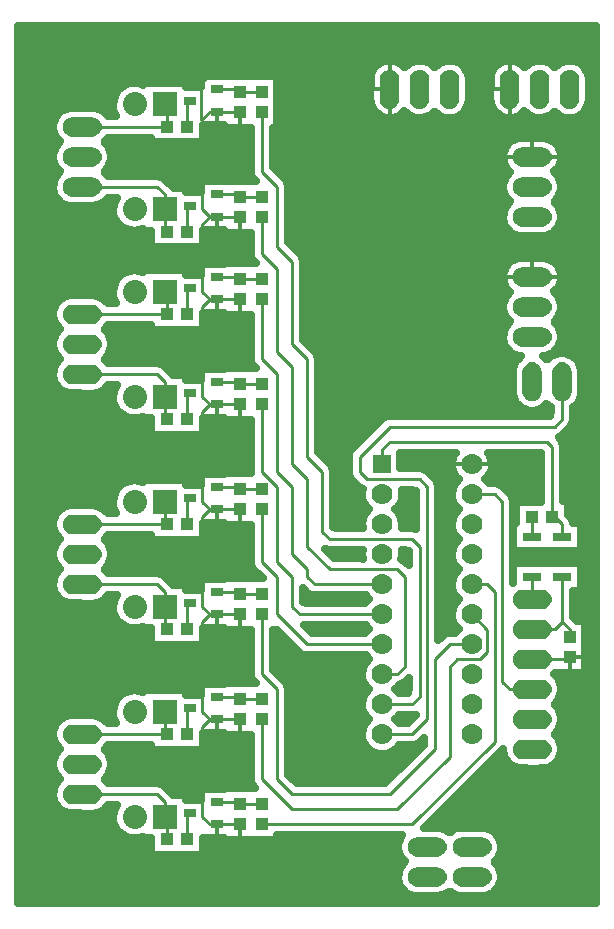
<source format=gbl>
G04 DipTrace 2.3.1.0*
%INBottom.gbr*%
%MOIN*%
%ADD14C,0.01*%
%ADD17C,0.025*%
%ADD18C,0.013*%
%ADD21R,0.0394X0.0433*%
%ADD22R,0.0433X0.0394*%
%ADD24R,0.063X0.0315*%
%ADD25C,0.08*%
%ADD26R,0.08X0.08*%
%ADD28R,0.0413X0.0256*%
%ADD31R,0.0591X0.0591*%
%ADD32C,0.07*%
%FSLAX44Y44*%
G04*
G70*
G90*
G75*
G01*
%LNBottom*%
%LPD*%
X22109Y17190D2*
D14*
X22190D1*
X22440Y16940D1*
Y16529D1*
X22109Y17190D2*
Y19521D1*
X21940Y19690D1*
X16690D1*
X16440Y19440D1*
Y18940D1*
X11690Y30690D2*
X10942D1*
X10940Y30692D1*
X10692D1*
X10440Y30440D1*
Y27440D1*
X10690Y27190D1*
X10938D1*
X10940Y27192D1*
X11688D1*
X11690Y27190D1*
X10692Y27192D2*
X10440Y26940D1*
Y24690D1*
X10690Y24440D1*
X10938D1*
X10940Y24442D1*
X10692D2*
X10440Y24190D1*
Y21190D1*
X10690Y20940D1*
X10938D1*
X10940Y20942D1*
X10692D2*
X10440Y20690D1*
Y17690D1*
X10690Y17440D1*
X10938D1*
X10940Y17442D1*
X10692D2*
X10440Y17190D1*
Y14190D1*
X10690Y13940D1*
X10938D1*
X10940Y13942D1*
X10692D2*
X10440Y13690D1*
Y10690D1*
X10690Y10440D1*
X10938D1*
X10940Y10442D1*
X10692D2*
X10440Y10190D1*
Y7190D1*
X10690Y6940D1*
X10938D1*
X10940Y6942D1*
X11688D1*
X11690Y6940D1*
X10940Y10442D2*
X11688D1*
X11690Y10440D1*
Y13940D2*
X10942D1*
X11690Y17440D2*
X10942D1*
X11690Y20940D2*
X10942D1*
X11690Y24440D2*
X10942D1*
X10440Y30440D2*
X10418Y30418D1*
Y31668D1*
X10690Y31940D1*
X15690D1*
X16190Y31440D1*
X16690D1*
X21440Y12440D2*
X22609D1*
X22690Y12521D1*
X19432Y14940D2*
D3*
X12440Y6940D2*
X17440D1*
X20190Y9690D1*
Y14690D1*
X19940Y14940D1*
X19432D1*
X12440Y10440D2*
Y8440D1*
X13440Y7440D1*
X16940D1*
X18690Y9190D1*
Y12190D1*
X18940Y12440D1*
X19690D1*
X19940Y12690D1*
Y13432D1*
X19432Y13940D1*
X12440D2*
Y11940D1*
X12940Y11440D1*
Y8440D1*
X13440Y7940D1*
X16690D1*
X18190Y9440D1*
Y12440D1*
X18690Y12940D1*
X19432D1*
X16440D2*
X13940D1*
X12940Y13940D1*
Y15190D1*
X12440Y15690D1*
Y17440D1*
Y20940D2*
Y18690D1*
X12940Y18190D1*
Y15690D1*
X13440Y15190D1*
Y14190D1*
X13690Y13940D1*
X16440D1*
X12440Y24440D2*
Y22440D1*
X12940Y21940D1*
Y18690D1*
X13440Y18190D1*
Y15940D1*
X13940Y15440D1*
Y15190D1*
X14190Y14940D1*
X16440D1*
Y11940D2*
D3*
X12440Y27190D2*
Y25940D1*
X12940Y25440D1*
Y22690D1*
X13440Y22190D1*
Y18940D1*
X13940Y18440D1*
Y16190D1*
X14690Y15440D1*
X16940D1*
X17190Y15190D1*
Y12190D1*
X16940Y11940D1*
X16440D1*
X12440Y30690D2*
Y28690D1*
X12940Y28190D1*
Y26190D1*
X13440Y25690D1*
Y22940D1*
X13940Y22440D1*
Y19190D1*
X14440Y18690D1*
Y16690D1*
X14690Y16440D1*
X17440D1*
X17690Y16190D1*
Y11190D1*
X17440Y10940D1*
X16440D1*
X9271Y6440D2*
Y7109D1*
X9190Y7190D1*
X6440Y7940D2*
X8940D1*
X9190Y7690D1*
Y7190D1*
X6440Y9940D2*
X9271D1*
X9190Y10690D2*
Y10021D1*
X9271Y9940D1*
X9190Y14190D2*
Y13521D1*
X9271Y13440D1*
X6440Y14940D2*
X8940D1*
X9190Y14690D1*
Y14190D1*
Y17690D2*
Y17021D1*
X9271Y16940D1*
X6440D2*
X9271D1*
X6440Y21940D2*
X8940D1*
X9190Y21690D1*
Y21190D1*
Y20521D1*
X9271Y20440D1*
X6440Y23940D2*
X9271D1*
Y24609D1*
X9190Y24690D1*
X6440Y28190D2*
X8940D1*
X9190Y27940D1*
Y27440D1*
Y26771D1*
X9271Y26690D1*
X6440Y30190D2*
X9271D1*
Y30859D1*
X9190Y30940D1*
X9940Y20440D2*
Y21221D1*
X10034Y21316D1*
X10940Y21690D2*
X11609D1*
X11690Y21609D1*
X12440D1*
X9940Y9940D2*
Y10721D1*
X10034Y10816D1*
X9940Y23940D2*
Y24721D1*
X10034Y24816D1*
X9940Y6440D2*
Y7221D1*
X10034Y7316D1*
X10940Y25190D2*
X11609D1*
X11690Y25109D1*
X12440D1*
X11690Y7609D2*
X12440D1*
X10940Y7690D2*
X11609D1*
X11690Y7609D1*
X9940Y16940D2*
Y17721D1*
X10034Y17816D1*
X10940Y11190D2*
X11609D1*
X11690Y11109D1*
X12440D1*
X9940Y26690D2*
Y27471D1*
X10034Y27566D1*
X9940Y13440D2*
Y14221D1*
X10034Y14316D1*
X10940Y27940D2*
X11609D1*
X11690Y27859D1*
X12440D1*
X10940Y14690D2*
X11609D1*
X11690Y14609D1*
X12440D1*
X10940Y18190D2*
X11609D1*
X11690Y18109D1*
X12440D1*
X9940Y30190D2*
Y30971D1*
X10034Y31066D1*
X21440Y16690D2*
Y17190D1*
X10940Y31440D2*
X11609D1*
X11690Y31359D1*
X12440D1*
X22440Y15190D2*
Y13690D1*
X22409Y13659D1*
X22190Y13440D1*
X21440D1*
X22409Y13659D2*
X22471D1*
X22690Y13440D1*
Y13190D1*
X21440Y11440D2*
X20690D1*
X20440Y11690D1*
Y17690D1*
X20190Y17940D1*
X19432D1*
X21440Y14440D2*
Y15190D1*
X22440Y21690D2*
Y20440D1*
X22190Y20190D1*
X16690D1*
X15690Y19190D1*
Y18690D1*
X15940Y18440D1*
X17690D1*
X17940Y18190D1*
Y10440D1*
X17440Y9940D1*
X16440D1*
X4340Y33316D2*
D17*
X23542D1*
X4340Y33068D2*
X23542D1*
X4340Y32819D2*
X23542D1*
X4340Y32570D2*
X23542D1*
X4340Y32322D2*
X16347D1*
X17033D2*
X17347D1*
X18033D2*
X18347D1*
X19033D2*
X20347D1*
X21033D2*
X21347D1*
X22033D2*
X22347D1*
X23033D2*
X23542D1*
X4340Y32073D2*
X16108D1*
X19272D2*
X20108D1*
X23272D2*
X23542D1*
X4340Y31824D2*
X10394D1*
X12979D2*
X16030D1*
X19350D2*
X20030D1*
X23350D2*
X23542D1*
X4340Y31575D2*
X7839D1*
X9932D2*
X10394D1*
X12979D2*
X16022D1*
X19358D2*
X20022D1*
X23358D2*
X23542D1*
X4340Y31327D2*
X7565D1*
X12979D2*
X16022D1*
X19358D2*
X20022D1*
X23358D2*
X23542D1*
X4340Y31078D2*
X7464D1*
X12979D2*
X16026D1*
X19354D2*
X20026D1*
X23354D2*
X23542D1*
X4340Y30829D2*
X6058D1*
X6822D2*
X7460D1*
X12979D2*
X16097D1*
X19283D2*
X20097D1*
X23283D2*
X23542D1*
X4340Y30581D2*
X5585D1*
X7295D2*
X7546D1*
X12979D2*
X16311D1*
X17069D2*
X17311D1*
X18069D2*
X18311D1*
X19069D2*
X20311D1*
X21069D2*
X21311D1*
X22069D2*
X22311D1*
X23069D2*
X23542D1*
X4340Y30332D2*
X5464D1*
X12979D2*
X23542D1*
X4340Y30083D2*
X5456D1*
X10498D2*
X12050D1*
X12830D2*
X23542D1*
X4340Y29835D2*
X5558D1*
X10498D2*
X12050D1*
X12830D2*
X23542D1*
X4340Y29586D2*
X5593D1*
X7287D2*
X12050D1*
X12830D2*
X20593D1*
X22287D2*
X23542D1*
X4340Y29337D2*
X5468D1*
X7412D2*
X12050D1*
X12830D2*
X20468D1*
X22412D2*
X23542D1*
X4340Y29089D2*
X5456D1*
X7424D2*
X12050D1*
X12830D2*
X20456D1*
X22424D2*
X23542D1*
X4340Y28840D2*
X5554D1*
X7326D2*
X12050D1*
X12830D2*
X20554D1*
X22326D2*
X23542D1*
X4340Y28591D2*
X5597D1*
X7283D2*
X12065D1*
X13080D2*
X20597D1*
X22283D2*
X23542D1*
X4340Y28343D2*
X5468D1*
X9330D2*
X10394D1*
X13295D2*
X20468D1*
X22412D2*
X23542D1*
X4340Y28094D2*
X5456D1*
X9932D2*
X10394D1*
X13330D2*
X20456D1*
X22424D2*
X23542D1*
X4340Y27845D2*
X5550D1*
X13330D2*
X20550D1*
X22330D2*
X23542D1*
X4340Y27596D2*
X5847D1*
X7033D2*
X7468D1*
X13330D2*
X20601D1*
X22279D2*
X23542D1*
X4340Y27348D2*
X7456D1*
X13330D2*
X20472D1*
X22408D2*
X23542D1*
X4340Y27099D2*
X7538D1*
X13330D2*
X20456D1*
X22424D2*
X23542D1*
X4340Y26850D2*
X7761D1*
X13330D2*
X20546D1*
X22334D2*
X23542D1*
X4340Y26602D2*
X8714D1*
X10498D2*
X12050D1*
X13330D2*
X20839D1*
X22041D2*
X23542D1*
X4340Y26353D2*
X8714D1*
X10498D2*
X12050D1*
X13330D2*
X23542D1*
X4340Y26104D2*
X12050D1*
X13569D2*
X23542D1*
X4340Y25856D2*
X12061D1*
X13791D2*
X23542D1*
X4340Y25607D2*
X10394D1*
X13830D2*
X20608D1*
X22272D2*
X23542D1*
X4340Y25358D2*
X7913D1*
X9932D2*
X10394D1*
X13830D2*
X20472D1*
X22408D2*
X23542D1*
X4340Y25110D2*
X7585D1*
X13830D2*
X20452D1*
X22428D2*
X23542D1*
X4340Y24861D2*
X7472D1*
X13830D2*
X20538D1*
X22342D2*
X23542D1*
X4340Y24612D2*
X7456D1*
X13830D2*
X20612D1*
X22268D2*
X23542D1*
X4340Y24364D2*
X5616D1*
X7264D2*
X7530D1*
X13830D2*
X20476D1*
X22404D2*
X23542D1*
X4340Y24115D2*
X5476D1*
X13830D2*
X20452D1*
X22428D2*
X23542D1*
X4340Y23866D2*
X5452D1*
X10498D2*
X12050D1*
X13830D2*
X20534D1*
X22346D2*
X23542D1*
X4340Y23617D2*
X5534D1*
X10498D2*
X12050D1*
X13830D2*
X20616D1*
X22264D2*
X23542D1*
X4340Y23369D2*
X5620D1*
X7260D2*
X12050D1*
X13830D2*
X20476D1*
X22404D2*
X23542D1*
X4340Y23120D2*
X5479D1*
X7401D2*
X12050D1*
X13830D2*
X20452D1*
X22428D2*
X23542D1*
X4340Y22871D2*
X5452D1*
X7428D2*
X12050D1*
X14049D2*
X20534D1*
X22346D2*
X23542D1*
X4340Y22623D2*
X5534D1*
X7350D2*
X12050D1*
X14279D2*
X20800D1*
X22080D2*
X22222D1*
X22658D2*
X23542D1*
X4340Y22374D2*
X5624D1*
X7256D2*
X12058D1*
X14330D2*
X20886D1*
X22994D2*
X23542D1*
X4340Y22125D2*
X5479D1*
X9295D2*
X10394D1*
X14330D2*
X20788D1*
X23092D2*
X23542D1*
X4340Y21877D2*
X5452D1*
X9932D2*
X10394D1*
X14330D2*
X20772D1*
X23108D2*
X23542D1*
X4340Y21628D2*
X5530D1*
X14330D2*
X20772D1*
X23108D2*
X23542D1*
X4340Y21379D2*
X5788D1*
X7092D2*
X7476D1*
X14330D2*
X20772D1*
X23108D2*
X23542D1*
X4340Y21131D2*
X7452D1*
X14330D2*
X20819D1*
X23061D2*
X23542D1*
X4340Y20882D2*
X7519D1*
X14330D2*
X20999D1*
X21881D2*
X21998D1*
X22881D2*
X23542D1*
X4340Y20633D2*
X7718D1*
X14330D2*
X22050D1*
X22830D2*
X23542D1*
X4340Y20385D2*
X8714D1*
X10498D2*
X12050D1*
X14330D2*
X16343D1*
X22826D2*
X23542D1*
X4340Y20136D2*
X8714D1*
X10498D2*
X12050D1*
X14330D2*
X16097D1*
X22678D2*
X23542D1*
X4340Y19887D2*
X12050D1*
X14330D2*
X15847D1*
X22420D2*
X23542D1*
X4340Y19638D2*
X12050D1*
X14330D2*
X15597D1*
X22479D2*
X23542D1*
X4340Y19390D2*
X12050D1*
X14330D2*
X15358D1*
X22498D2*
X23542D1*
X4340Y19141D2*
X12050D1*
X14529D2*
X15300D1*
X17076D2*
X18772D1*
X20092D2*
X21718D1*
X22498D2*
X23542D1*
X4340Y18892D2*
X12050D1*
X14768D2*
X15300D1*
X17076D2*
X18745D1*
X20119D2*
X21718D1*
X22498D2*
X23542D1*
X4340Y18644D2*
X12054D1*
X14830D2*
X15304D1*
X18026D2*
X18811D1*
X20053D2*
X21718D1*
X22498D2*
X23542D1*
X4340Y18395D2*
X8046D1*
X8336D2*
X8448D1*
X9932D2*
X10394D1*
X14830D2*
X15444D1*
X18268D2*
X18921D1*
X19944D2*
X21718D1*
X22498D2*
X23542D1*
X4340Y18146D2*
X7616D1*
X14830D2*
X15698D1*
X18330D2*
X18776D1*
X20526D2*
X21718D1*
X22498D2*
X23542D1*
X4340Y17898D2*
X7479D1*
X14830D2*
X15753D1*
X17127D2*
X17550D1*
X18330D2*
X18745D1*
X20764D2*
X21718D1*
X22498D2*
X23542D1*
X4340Y17649D2*
X7452D1*
X14830D2*
X15815D1*
X17065D2*
X17550D1*
X18330D2*
X18808D1*
X22666D2*
X23542D1*
X4340Y17400D2*
X5644D1*
X7236D2*
X7511D1*
X14830D2*
X15936D1*
X16944D2*
X17550D1*
X18330D2*
X18929D1*
X22666D2*
X23542D1*
X4340Y17152D2*
X5491D1*
X14830D2*
X15784D1*
X17096D2*
X17550D1*
X18330D2*
X18776D1*
X22764D2*
X23542D1*
X4340Y16903D2*
X5452D1*
X10498D2*
X12050D1*
X14830D2*
X15753D1*
X17127D2*
X17550D1*
X18330D2*
X18745D1*
X23096D2*
X23542D1*
X4340Y16654D2*
X5519D1*
X10498D2*
X12050D1*
X18330D2*
X18808D1*
X23096D2*
X23542D1*
X4340Y16406D2*
X5651D1*
X7229D2*
X12050D1*
X18330D2*
X18933D1*
X23096D2*
X23542D1*
X4340Y16157D2*
X5491D1*
X7389D2*
X12050D1*
X18330D2*
X18780D1*
X23096D2*
X23542D1*
X4340Y15908D2*
X5452D1*
X7428D2*
X12050D1*
X14764D2*
X15749D1*
X17131D2*
X17300D1*
X18330D2*
X18741D1*
X20830D2*
X23542D1*
X4340Y15659D2*
X5515D1*
X7365D2*
X12050D1*
X18330D2*
X18804D1*
X23096D2*
X23542D1*
X4340Y15411D2*
X5655D1*
X7225D2*
X12179D1*
X18330D2*
X18936D1*
X23096D2*
X23542D1*
X4340Y15162D2*
X5491D1*
X9260D2*
X12429D1*
X18330D2*
X18780D1*
X23096D2*
X23542D1*
X4340Y14913D2*
X5452D1*
X9502D2*
X10394D1*
X18330D2*
X18741D1*
X23096D2*
X23542D1*
X4340Y14665D2*
X5511D1*
X13830D2*
X13925D1*
X18330D2*
X18804D1*
X22830D2*
X23542D1*
X4340Y14416D2*
X5726D1*
X7154D2*
X7487D1*
X13830D2*
X15952D1*
X18330D2*
X18944D1*
X22830D2*
X23542D1*
X4340Y14167D2*
X7452D1*
X18330D2*
X18784D1*
X22830D2*
X23542D1*
X4340Y13919D2*
X7503D1*
X18330D2*
X18741D1*
X22830D2*
X23542D1*
X4340Y13670D2*
X7675D1*
X18330D2*
X18800D1*
X23229D2*
X23542D1*
X4340Y13421D2*
X8714D1*
X10498D2*
X11151D1*
X13998D2*
X15956D1*
X18330D2*
X18948D1*
X23229D2*
X23542D1*
X4340Y13173D2*
X8714D1*
X10498D2*
X12050D1*
X12830D2*
X13167D1*
X23229D2*
X23542D1*
X4340Y12924D2*
X12050D1*
X12830D2*
X13417D1*
X23229D2*
X23542D1*
X4340Y12675D2*
X12050D1*
X12830D2*
X13663D1*
X23229D2*
X23542D1*
X4340Y12427D2*
X12050D1*
X12830D2*
X15964D1*
X23229D2*
X23542D1*
X4340Y12178D2*
X12050D1*
X12830D2*
X15796D1*
X23229D2*
X23542D1*
X4340Y11929D2*
X12050D1*
X12990D2*
X15749D1*
X22205D2*
X23542D1*
X4340Y11680D2*
X12159D1*
X13240D2*
X15804D1*
X17221D2*
X17297D1*
X22381D2*
X23542D1*
X4340Y11432D2*
X10394D1*
X13330D2*
X15968D1*
X16912D2*
X17300D1*
X22428D2*
X23542D1*
X4340Y11183D2*
X7647D1*
X13330D2*
X15796D1*
X22373D2*
X23542D1*
X4340Y10934D2*
X7495D1*
X13330D2*
X15749D1*
X22197D2*
X23542D1*
X4340Y10686D2*
X7448D1*
X13330D2*
X15800D1*
X22377D2*
X23542D1*
X4340Y10437D2*
X5686D1*
X7194D2*
X7495D1*
X13330D2*
X15972D1*
X16908D2*
X17397D1*
X22428D2*
X23542D1*
X4340Y10188D2*
X5503D1*
X13330D2*
X15800D1*
X22377D2*
X23542D1*
X4340Y9940D2*
X5452D1*
X10498D2*
X11151D1*
X13330D2*
X15749D1*
X22194D2*
X23542D1*
X4340Y9691D2*
X5503D1*
X10498D2*
X12050D1*
X13330D2*
X15800D1*
X22377D2*
X23542D1*
X4340Y9442D2*
X5686D1*
X7194D2*
X8714D1*
X10498D2*
X12050D1*
X13330D2*
X15976D1*
X16904D2*
X17651D1*
X22428D2*
X23542D1*
X4340Y9194D2*
X5503D1*
X7377D2*
X12050D1*
X13330D2*
X17401D1*
X20236D2*
X20503D1*
X22377D2*
X23542D1*
X4340Y8945D2*
X5452D1*
X7428D2*
X12050D1*
X13330D2*
X17155D1*
X19986D2*
X20683D1*
X22197D2*
X23542D1*
X4340Y8696D2*
X5503D1*
X7377D2*
X12050D1*
X13330D2*
X16905D1*
X19736D2*
X23542D1*
X4340Y8448D2*
X5679D1*
X7201D2*
X12050D1*
X13475D2*
X16655D1*
X19490D2*
X23542D1*
X4340Y8199D2*
X5507D1*
X9221D2*
X12140D1*
X19240D2*
X23542D1*
X4340Y7950D2*
X5452D1*
X9471D2*
X10394D1*
X18990D2*
X23542D1*
X4340Y7701D2*
X5499D1*
X18744D2*
X23542D1*
X4340Y7453D2*
X5671D1*
X7209D2*
X7499D1*
X18494D2*
X23542D1*
X4340Y7204D2*
X7452D1*
X18244D2*
X23542D1*
X4340Y6955D2*
X7491D1*
X17998D2*
X23542D1*
X4340Y6707D2*
X7640D1*
X20166D2*
X23542D1*
X4340Y6458D2*
X8714D1*
X10498D2*
X11151D1*
X12979D2*
X17011D1*
X20369D2*
X23542D1*
X4340Y6209D2*
X8714D1*
X10498D2*
X16952D1*
X20428D2*
X23542D1*
X4340Y5961D2*
X8714D1*
X10498D2*
X16995D1*
X20385D2*
X23542D1*
X4340Y5712D2*
X17163D1*
X20217D2*
X23542D1*
X4340Y5463D2*
X17011D1*
X20369D2*
X23542D1*
X4340Y5215D2*
X16952D1*
X20428D2*
X23542D1*
X4340Y4966D2*
X16995D1*
X20385D2*
X23542D1*
X4340Y4717D2*
X17159D1*
X20225D2*
X23542D1*
X4340Y4469D2*
X23542D1*
X22924Y13722D2*
X23202D1*
X23198Y12658D1*
X23202Y12577D1*
Y11989D1*
X22217Y11988D1*
X22183Y11953D1*
X22194Y11916D1*
X22289Y11806D1*
X22344Y11711D1*
X22400Y11529D1*
X22402Y11384D1*
X22383Y11276D1*
X22309Y11101D1*
X22198Y10967D1*
X22194Y10916D1*
X22289Y10806D1*
X22344Y10711D1*
X22400Y10529D1*
X22402Y10384D1*
X22383Y10276D1*
X22309Y10101D1*
X22198Y9967D1*
X22194Y9916D1*
X22289Y9806D1*
X22344Y9711D1*
X22400Y9529D1*
X22402Y9384D1*
X22383Y9276D1*
X22309Y9101D1*
X22217Y8988D1*
X22134Y8918D1*
X21964Y8831D1*
X21819Y8804D1*
X21516Y8799D1*
X21060Y8804D1*
X20874Y8846D1*
X20747Y8917D1*
X20664Y8987D1*
X20549Y9139D1*
X20497Y9275D1*
X20478Y9383D1*
X20473Y9459D1*
X19299Y8283D1*
X17849Y6833D1*
X18312Y6828D1*
X18504Y6785D1*
X18656Y6697D1*
X18720Y6695D1*
X18844Y6769D1*
X18947Y6806D1*
X19114Y6831D1*
X19820Y6826D1*
X20006Y6784D1*
X20133Y6713D1*
X20216Y6643D1*
X20331Y6491D1*
X20383Y6355D1*
X20402Y6247D1*
X20392Y6057D1*
X20345Y5920D1*
X20290Y5825D1*
X20198Y5717D1*
X20194Y5666D1*
X20289Y5556D1*
X20344Y5461D1*
X20400Y5279D1*
X20402Y5134D1*
X20383Y5026D1*
X20309Y4851D1*
X20217Y4738D1*
X20134Y4668D1*
X19964Y4581D1*
X19819Y4554D1*
X19516Y4549D1*
X19060Y4554D1*
X18874Y4596D1*
X18724Y4683D1*
X18660Y4685D1*
X18536Y4611D1*
X18433Y4574D1*
X18266Y4549D1*
X17560Y4554D1*
X17374Y4596D1*
X17247Y4667D1*
X17164Y4737D1*
X17049Y4889D1*
X16997Y5025D1*
X16978Y5133D1*
X16988Y5323D1*
X17035Y5460D1*
X17090Y5555D1*
X17182Y5663D1*
X17186Y5714D1*
X17091Y5824D1*
X17036Y5919D1*
X16980Y6101D1*
X16978Y6246D1*
X16997Y6354D1*
X17071Y6529D1*
X17107Y6575D1*
X12952D1*
Y6408D1*
X11928Y6412D1*
X11877Y6408D1*
X11178D1*
Y6500D1*
X10472Y6499D1*
Y5928D1*
X9408Y5932D1*
X9302Y5928D1*
X8739D1*
Y6479D1*
X8475Y6475D1*
Y6534D1*
X8313Y6486D1*
X8188Y6475D1*
X8064Y6486D1*
X7943Y6519D1*
X7830Y6572D1*
X7728Y6644D1*
X7640Y6733D1*
X7569Y6835D1*
X7517Y6949D1*
X7485Y7069D1*
X7475Y7194D1*
X7487Y7318D1*
X7520Y7438D1*
X7589Y7574D1*
X7290Y7575D1*
X7160Y7435D1*
X7036Y7361D1*
X6933Y7324D1*
X6766Y7299D1*
X6060Y7304D1*
X5874Y7346D1*
X5747Y7417D1*
X5664Y7487D1*
X5549Y7639D1*
X5497Y7775D1*
X5478Y7883D1*
X5488Y8073D1*
X5535Y8210D1*
X5590Y8305D1*
X5682Y8413D1*
X5686Y8464D1*
X5591Y8574D1*
X5536Y8669D1*
X5480Y8851D1*
X5478Y8996D1*
X5497Y9104D1*
X5571Y9279D1*
X5682Y9413D1*
X5686Y9464D1*
X5591Y9574D1*
X5536Y9669D1*
X5480Y9851D1*
X5478Y9996D1*
X5497Y10104D1*
X5571Y10279D1*
X5663Y10392D1*
X5746Y10462D1*
X5916Y10549D1*
X6061Y10576D1*
X6364Y10581D1*
X6820Y10576D1*
X7006Y10534D1*
X7133Y10463D1*
X7216Y10393D1*
X7291Y10304D1*
X7585Y10305D1*
X7517Y10449D1*
X7485Y10569D1*
X7475Y10694D1*
X7487Y10818D1*
X7520Y10938D1*
X7573Y11051D1*
X7645Y11153D1*
X7734Y11241D1*
X7837Y11312D1*
X7950Y11364D1*
X8071Y11395D1*
X8196Y11405D1*
X8320Y11393D1*
X8472Y11345D1*
X8475Y11405D1*
X9905D1*
Y11260D1*
X10415Y11259D1*
X10418Y11633D1*
X11180D1*
X11178Y11641D1*
X12202Y11637D1*
X12178Y11641D1*
X12221D1*
X12110Y11784D1*
X12076Y11918D1*
X12075Y13405D1*
X11902Y13408D1*
X11178D1*
Y13500D1*
X10472Y13499D1*
Y12928D1*
X9408Y12932D1*
X9302Y12928D1*
X8739D1*
Y13479D1*
X8475Y13475D1*
Y13534D1*
X8313Y13486D1*
X8188Y13475D1*
X8064Y13486D1*
X7943Y13519D1*
X7830Y13572D1*
X7728Y13644D1*
X7640Y13733D1*
X7569Y13835D1*
X7517Y13949D1*
X7485Y14069D1*
X7475Y14194D1*
X7487Y14318D1*
X7520Y14438D1*
X7589Y14574D1*
X7290Y14575D1*
X7160Y14435D1*
X7036Y14361D1*
X6933Y14324D1*
X6766Y14299D1*
X6060Y14304D1*
X5874Y14346D1*
X5747Y14417D1*
X5664Y14487D1*
X5549Y14639D1*
X5497Y14775D1*
X5478Y14883D1*
X5488Y15073D1*
X5535Y15210D1*
X5590Y15305D1*
X5682Y15413D1*
X5686Y15464D1*
X5591Y15574D1*
X5536Y15669D1*
X5480Y15851D1*
X5478Y15996D1*
X5497Y16104D1*
X5571Y16279D1*
X5682Y16413D1*
X5686Y16464D1*
X5591Y16574D1*
X5536Y16669D1*
X5480Y16851D1*
X5478Y16996D1*
X5497Y17104D1*
X5571Y17279D1*
X5663Y17392D1*
X5746Y17462D1*
X5916Y17549D1*
X6061Y17576D1*
X6364Y17581D1*
X6820Y17576D1*
X7006Y17534D1*
X7133Y17463D1*
X7216Y17393D1*
X7291Y17304D1*
X7585Y17305D1*
X7517Y17449D1*
X7485Y17569D1*
X7475Y17694D1*
X7487Y17818D1*
X7520Y17938D1*
X7573Y18051D1*
X7645Y18153D1*
X7734Y18241D1*
X7837Y18312D1*
X7950Y18364D1*
X8071Y18395D1*
X8196Y18405D1*
X8320Y18393D1*
X8472Y18345D1*
X8475Y18405D1*
X9905D1*
Y18260D1*
X10415Y18259D1*
X10418Y18633D1*
X11180D1*
X11178Y18641D1*
X12080D1*
X12075Y18690D1*
Y20405D1*
X11902Y20408D1*
X11178D1*
Y20500D1*
X10472Y20499D1*
Y19928D1*
X9408Y19932D1*
X9302Y19928D1*
X8739D1*
Y20479D1*
X8475Y20475D1*
Y20534D1*
X8313Y20486D1*
X8188Y20475D1*
X8064Y20486D1*
X7943Y20519D1*
X7830Y20572D1*
X7728Y20644D1*
X7640Y20733D1*
X7569Y20835D1*
X7517Y20949D1*
X7485Y21069D1*
X7475Y21194D1*
X7487Y21318D1*
X7520Y21438D1*
X7589Y21574D1*
X7290Y21575D1*
X7160Y21435D1*
X7036Y21361D1*
X6933Y21324D1*
X6766Y21299D1*
X6060Y21304D1*
X5874Y21346D1*
X5747Y21417D1*
X5664Y21487D1*
X5549Y21639D1*
X5497Y21775D1*
X5478Y21883D1*
X5488Y22073D1*
X5535Y22210D1*
X5590Y22305D1*
X5682Y22413D1*
X5686Y22464D1*
X5591Y22574D1*
X5536Y22669D1*
X5480Y22851D1*
X5478Y22996D1*
X5497Y23104D1*
X5571Y23279D1*
X5682Y23413D1*
X5686Y23464D1*
X5591Y23574D1*
X5536Y23669D1*
X5480Y23851D1*
X5478Y23996D1*
X5497Y24104D1*
X5571Y24279D1*
X5663Y24392D1*
X5746Y24462D1*
X5916Y24549D1*
X6061Y24576D1*
X6364Y24581D1*
X6820Y24576D1*
X7006Y24534D1*
X7133Y24463D1*
X7216Y24393D1*
X7291Y24304D1*
X7585Y24305D1*
X7517Y24449D1*
X7485Y24569D1*
X7475Y24694D1*
X7487Y24818D1*
X7520Y24938D1*
X7573Y25051D1*
X7645Y25153D1*
X7734Y25241D1*
X7837Y25312D1*
X7950Y25364D1*
X8071Y25395D1*
X8196Y25405D1*
X8320Y25393D1*
X8472Y25345D1*
X8475Y25405D1*
X9905D1*
Y25260D1*
X10415Y25259D1*
X10418Y25633D1*
X11180D1*
X11178Y25641D1*
X12202Y25637D1*
X12178Y25641D1*
X12221D1*
X12110Y25784D1*
X12076Y25918D1*
X12075Y26655D1*
X11902Y26658D1*
X11178D1*
Y26750D1*
X10472Y26749D1*
Y26178D1*
X9408Y26182D1*
X9302Y26178D1*
X8739D1*
Y26729D1*
X8475Y26725D1*
Y26784D1*
X8313Y26736D1*
X8188Y26725D1*
X8064Y26736D1*
X7943Y26769D1*
X7830Y26822D1*
X7728Y26894D1*
X7640Y26983D1*
X7569Y27085D1*
X7517Y27199D1*
X7485Y27319D1*
X7475Y27444D1*
X7487Y27568D1*
X7520Y27688D1*
X7589Y27824D1*
X7290Y27825D1*
X7160Y27685D1*
X7036Y27611D1*
X6933Y27574D1*
X6766Y27549D1*
X6060Y27554D1*
X5874Y27596D1*
X5747Y27667D1*
X5664Y27737D1*
X5549Y27889D1*
X5497Y28025D1*
X5478Y28133D1*
X5488Y28323D1*
X5535Y28460D1*
X5590Y28555D1*
X5682Y28663D1*
X5686Y28714D1*
X5591Y28824D1*
X5536Y28919D1*
X5480Y29101D1*
X5478Y29246D1*
X5497Y29354D1*
X5571Y29529D1*
X5682Y29663D1*
X5686Y29714D1*
X5591Y29824D1*
X5536Y29919D1*
X5480Y30101D1*
X5478Y30246D1*
X5497Y30354D1*
X5571Y30529D1*
X5663Y30642D1*
X5746Y30712D1*
X5916Y30799D1*
X6061Y30826D1*
X6364Y30831D1*
X6820Y30826D1*
X7006Y30784D1*
X7133Y30713D1*
X7216Y30643D1*
X7291Y30554D1*
X7585Y30555D1*
X7517Y30699D1*
X7485Y30819D1*
X7475Y30944D1*
X7487Y31068D1*
X7520Y31188D1*
X7573Y31301D1*
X7645Y31403D1*
X7734Y31491D1*
X7837Y31562D1*
X7950Y31614D1*
X8071Y31645D1*
X8196Y31655D1*
X8320Y31643D1*
X8472Y31595D1*
X8475Y31655D1*
X9905D1*
Y31510D1*
X10415Y31509D1*
X10418Y31883D1*
X11180D1*
X11178Y31891D1*
X12202Y31887D1*
X12303Y31891D1*
X12952D1*
X12948Y30828D1*
X12952Y30722D1*
Y30158D1*
X12807D1*
X12805Y28842D1*
X13198Y28448D1*
X13270Y28346D1*
X13304Y28212D1*
X13305Y26342D1*
X13698Y25948D1*
X13770Y25846D1*
X13804Y25712D1*
X13805Y23092D1*
X14198Y22698D1*
X14270Y22596D1*
X14304Y22462D1*
X14305Y19342D1*
X14698Y18948D1*
X14770Y18846D1*
X14804Y18712D1*
X14805Y16842D1*
X14940Y16805D1*
X15788D1*
X15776Y16976D1*
X15794Y17099D1*
X15835Y17217D1*
X15898Y17325D1*
X16001Y17437D1*
X15931Y17513D1*
X15860Y17615D1*
X15809Y17730D1*
X15781Y17851D1*
X15776Y17976D1*
X15796Y18103D1*
X15682Y18182D1*
X15432Y18432D1*
X15360Y18534D1*
X15326Y18668D1*
X15325Y19190D1*
X15346Y19313D1*
X15417Y19432D1*
X16432Y20448D1*
X16534Y20520D1*
X16668Y20554D1*
X22038Y20555D1*
X22075Y20690D1*
Y20840D1*
X21967Y20932D1*
X21916Y20936D1*
X21806Y20841D1*
X21711Y20786D1*
X21529Y20730D1*
X21384Y20728D1*
X21276Y20747D1*
X21101Y20821D1*
X20988Y20913D1*
X20918Y20996D1*
X20831Y21166D1*
X20804Y21311D1*
X20799Y21614D1*
X20804Y22070D1*
X20846Y22256D1*
X20917Y22383D1*
X20987Y22466D1*
X21076Y22541D1*
X21060Y22554D1*
X20874Y22596D1*
X20747Y22667D1*
X20664Y22737D1*
X20549Y22889D1*
X20497Y23025D1*
X20478Y23133D1*
X20488Y23323D1*
X20535Y23460D1*
X20590Y23555D1*
X20682Y23663D1*
X20686Y23714D1*
X20591Y23824D1*
X20536Y23919D1*
X20480Y24101D1*
X20478Y24246D1*
X20497Y24354D1*
X20571Y24529D1*
X20706Y24695D1*
X20615Y24795D1*
X20550Y24887D1*
X20489Y25049D1*
X20478Y25133D1*
X20482Y25296D1*
X20522Y25424D1*
X20569Y25527D1*
X20680Y25660D1*
X20746Y25712D1*
X20890Y25790D1*
X21021Y25820D1*
X21139Y25831D1*
X21820Y25826D1*
X21980Y25794D1*
X22099Y25732D1*
X22193Y25668D1*
X22305Y25536D1*
X22344Y25461D1*
X22396Y25307D1*
X22402Y25172D1*
X22393Y25060D1*
X22335Y24897D1*
X22290Y24825D1*
X22183Y24703D1*
X22194Y24666D1*
X22289Y24556D1*
X22344Y24461D1*
X22400Y24279D1*
X22402Y24134D1*
X22383Y24026D1*
X22309Y23851D1*
X22198Y23717D1*
X22194Y23666D1*
X22289Y23556D1*
X22344Y23461D1*
X22400Y23279D1*
X22402Y23134D1*
X22383Y23026D1*
X22309Y22851D1*
X22217Y22738D1*
X22134Y22668D1*
X21964Y22581D1*
X21819Y22554D1*
X21805Y22540D1*
X21913Y22448D1*
X21964Y22444D1*
X22074Y22539D1*
X22169Y22594D1*
X22351Y22650D1*
X22496Y22652D1*
X22604Y22633D1*
X22779Y22559D1*
X22892Y22467D1*
X22962Y22384D1*
X23049Y22214D1*
X23076Y22069D1*
X23081Y21766D1*
X23076Y21310D1*
X23034Y21124D1*
X22963Y20997D1*
X22893Y20914D1*
X22804Y20839D1*
X22805Y20440D1*
X22784Y20317D1*
X22713Y20198D1*
X22448Y19932D1*
X22329Y19853D1*
X22367Y19779D1*
X22439Y19677D1*
X22474Y19542D1*
Y17704D1*
X22641Y17702D1*
Y17253D1*
X22698Y17198D1*
X22777Y17079D1*
X22810Y17001D1*
X23070D1*
Y16056D1*
X21810Y16060D1*
X21695Y16056D1*
X20810D1*
Y17001D1*
X20908D1*
Y17702D1*
X21746D1*
X21744Y19327D1*
X19975Y19325D1*
X20040Y19210D1*
X20080Y19092D1*
X20097Y18968D1*
X20090Y18840D1*
X20059Y18719D1*
X20007Y18606D1*
X19935Y18504D1*
X19870Y18440D1*
X19964Y18339D1*
X19986Y18303D1*
X20190Y18305D1*
X20313Y18284D1*
X20432Y18213D1*
X20698Y17948D1*
X20770Y17846D1*
X20804Y17712D1*
X20805Y14999D1*
X20810Y15468D1*
Y15662D1*
X22070Y15659D1*
X22185Y15662D1*
X23070D1*
Y14718D1*
X22808D1*
X22805Y14190D1*
Y13842D1*
X22925Y13721D1*
X9487Y7905D2*
X9905D1*
Y7760D1*
X10415Y7759D1*
X10418Y8133D1*
X11180D1*
X11178Y8141D1*
X12202Y8137D1*
X12210Y8154D1*
X12110Y8284D1*
X12076Y8418D1*
X12075Y9905D1*
X11902Y9908D1*
X11178D1*
Y10000D1*
X10472Y9999D1*
Y9428D1*
X9408Y9432D1*
X9302Y9428D1*
X8739D1*
Y9573D1*
X7290Y9575D1*
X7198Y9467D1*
X7194Y9416D1*
X7289Y9306D1*
X7344Y9211D1*
X7400Y9029D1*
X7402Y8884D1*
X7383Y8776D1*
X7309Y8601D1*
X7198Y8467D1*
X7194Y8416D1*
X7291Y8304D1*
X8940Y8305D1*
X9063Y8284D1*
X9182Y8213D1*
X9461Y7934D1*
X9487Y14905D2*
X9905D1*
Y14760D1*
X10415Y14759D1*
X10418Y15133D1*
X11180D1*
X11178Y15141D1*
X12202Y15137D1*
X12303Y15141D1*
X12471D1*
X12182Y15432D1*
X12110Y15534D1*
X12076Y15668D1*
X12075Y16905D1*
X11902Y16908D1*
X11178D1*
Y17000D1*
X10472Y16999D1*
Y16428D1*
X9408Y16432D1*
X9302Y16428D1*
X8739D1*
Y16573D1*
X7290Y16575D1*
X7198Y16467D1*
X7194Y16416D1*
X7289Y16306D1*
X7344Y16211D1*
X7400Y16029D1*
X7402Y15884D1*
X7383Y15776D1*
X7309Y15601D1*
X7198Y15467D1*
X7194Y15416D1*
X7291Y15304D1*
X8940Y15305D1*
X9063Y15284D1*
X9182Y15213D1*
X9461Y14934D1*
X9487Y21905D2*
X9905D1*
Y21760D1*
X10415Y21759D1*
X10418Y22133D1*
X11180D1*
X11178Y22141D1*
X12202Y22137D1*
X12178Y22141D1*
X12221D1*
X12110Y22284D1*
X12076Y22418D1*
X12075Y23905D1*
X11902Y23908D1*
X11178D1*
Y24000D1*
X10472Y23999D1*
Y23428D1*
X9408Y23432D1*
X9302Y23428D1*
X8739D1*
Y23573D1*
X7290Y23575D1*
X7198Y23467D1*
X7194Y23416D1*
X7289Y23306D1*
X7344Y23211D1*
X7400Y23029D1*
X7402Y22884D1*
X7383Y22776D1*
X7309Y22601D1*
X7198Y22467D1*
X7194Y22416D1*
X7291Y22304D1*
X8940Y22305D1*
X9063Y22284D1*
X9182Y22213D1*
X9461Y21934D1*
X9487Y28155D2*
X9905D1*
Y28010D1*
X10415Y28009D1*
X10418Y28383D1*
X11180D1*
X11178Y28391D1*
X12202Y28387D1*
X12178Y28391D1*
X12221D1*
X12110Y28534D1*
X12076Y28668D1*
X12075Y30155D1*
X11902Y30158D1*
X11178D1*
Y30250D1*
X10472Y30249D1*
Y29678D1*
X9408Y29682D1*
X9302Y29678D1*
X8739D1*
Y29823D1*
X7290Y29825D1*
X7198Y29717D1*
X7194Y29666D1*
X7289Y29556D1*
X7344Y29461D1*
X7400Y29279D1*
X7402Y29134D1*
X7383Y29026D1*
X7309Y28851D1*
X7198Y28717D1*
X7194Y28666D1*
X7291Y28554D1*
X8940Y28555D1*
X9063Y28534D1*
X9182Y28463D1*
X9461Y28184D1*
X12952Y13410D2*
X12807Y13408D1*
X12805Y12092D1*
X13198Y11698D1*
X13270Y11596D1*
X13304Y11462D1*
X13305Y8592D1*
X13593Y8303D1*
X16538Y8305D1*
X17827Y9593D1*
X17825Y9811D1*
X17698Y9682D1*
X17596Y9610D1*
X17462Y9576D1*
X16999Y9575D1*
X16926Y9486D1*
X16832Y9403D1*
X16725Y9339D1*
X16608Y9297D1*
X16485Y9276D1*
X16360Y9280D1*
X16238Y9306D1*
X16123Y9355D1*
X16019Y9425D1*
X15931Y9513D1*
X15860Y9615D1*
X15809Y9730D1*
X15781Y9851D1*
X15776Y9976D1*
X15794Y10099D1*
X15835Y10217D1*
X15898Y10325D1*
X16001Y10437D1*
X15931Y10513D1*
X15860Y10615D1*
X15809Y10730D1*
X15781Y10851D1*
X15776Y10976D1*
X15794Y11099D1*
X15835Y11217D1*
X15898Y11325D1*
X16001Y11437D1*
X15931Y11513D1*
X15860Y11615D1*
X15809Y11730D1*
X15781Y11851D1*
X15776Y11976D1*
X15794Y12099D1*
X15835Y12217D1*
X15898Y12325D1*
X16001Y12437D1*
X15888Y12574D1*
X13940Y12575D1*
X13817Y12596D1*
X13698Y12667D1*
X12950Y13414D1*
X20062Y31869D2*
X20095Y32003D1*
X20180Y32154D1*
X20237Y32216D1*
X20365Y32318D1*
X20489Y32370D1*
X20598Y32400D1*
X20771Y32401D1*
X20854Y32383D1*
X21006Y32324D1*
X21113Y32242D1*
X21177Y32183D1*
X21214Y32194D1*
X21324Y32289D1*
X21419Y32344D1*
X21601Y32400D1*
X21746Y32402D1*
X21854Y32383D1*
X22029Y32309D1*
X22163Y32198D1*
X22214Y32194D1*
X22324Y32289D1*
X22419Y32344D1*
X22601Y32400D1*
X22746Y32402D1*
X22854Y32383D1*
X23029Y32309D1*
X23142Y32217D1*
X23212Y32134D1*
X23299Y31964D1*
X23326Y31819D1*
X23331Y31516D1*
X23326Y31060D1*
X23284Y30874D1*
X23213Y30747D1*
X23143Y30664D1*
X22991Y30549D1*
X22855Y30497D1*
X22747Y30478D1*
X22557Y30488D1*
X22420Y30535D1*
X22325Y30590D1*
X22217Y30682D1*
X22166Y30686D1*
X22056Y30591D1*
X21961Y30536D1*
X21779Y30480D1*
X21634Y30478D1*
X21526Y30497D1*
X21351Y30571D1*
X21185Y30706D1*
X21085Y30615D1*
X20993Y30550D1*
X20831Y30489D1*
X20747Y30478D1*
X20584Y30482D1*
X20456Y30522D1*
X20353Y30569D1*
X20220Y30680D1*
X20168Y30746D1*
X20090Y30890D1*
X20060Y31021D1*
X20049Y31139D1*
X20054Y31820D1*
X20062Y31869D1*
X16062D2*
X16095Y32003D1*
X16180Y32154D1*
X16237Y32216D1*
X16365Y32318D1*
X16489Y32370D1*
X16598Y32400D1*
X16771Y32401D1*
X16854Y32383D1*
X17006Y32324D1*
X17113Y32242D1*
X17177Y32183D1*
X17214Y32194D1*
X17324Y32289D1*
X17419Y32344D1*
X17601Y32400D1*
X17746Y32402D1*
X17854Y32383D1*
X18029Y32309D1*
X18163Y32198D1*
X18214Y32194D1*
X18324Y32289D1*
X18419Y32344D1*
X18601Y32400D1*
X18746Y32402D1*
X18854Y32383D1*
X19029Y32309D1*
X19142Y32217D1*
X19212Y32134D1*
X19299Y31964D1*
X19326Y31819D1*
X19331Y31516D1*
X19326Y31060D1*
X19284Y30874D1*
X19213Y30747D1*
X19143Y30664D1*
X18991Y30549D1*
X18855Y30497D1*
X18747Y30478D1*
X18557Y30488D1*
X18420Y30535D1*
X18325Y30590D1*
X18217Y30682D1*
X18166Y30686D1*
X18056Y30591D1*
X17961Y30536D1*
X17779Y30480D1*
X17634Y30478D1*
X17526Y30497D1*
X17351Y30571D1*
X17185Y30706D1*
X17085Y30615D1*
X16993Y30550D1*
X16831Y30489D1*
X16747Y30478D1*
X16584Y30482D1*
X16456Y30522D1*
X16353Y30569D1*
X16220Y30680D1*
X16168Y30746D1*
X16090Y30890D1*
X16060Y31021D1*
X16049Y31139D1*
X16054Y31820D1*
X16062Y31869D1*
X21845Y29822D2*
X21980Y29794D1*
X22099Y29732D1*
X22193Y29668D1*
X22305Y29536D1*
X22344Y29461D1*
X22396Y29307D1*
X22402Y29172D1*
X22393Y29060D1*
X22335Y28897D1*
X22290Y28825D1*
X22183Y28703D1*
X22194Y28666D1*
X22289Y28556D1*
X22344Y28461D1*
X22400Y28279D1*
X22402Y28134D1*
X22383Y28026D1*
X22309Y27851D1*
X22198Y27717D1*
X22194Y27666D1*
X22289Y27556D1*
X22344Y27461D1*
X22400Y27279D1*
X22402Y27134D1*
X22383Y27026D1*
X22309Y26851D1*
X22217Y26738D1*
X22134Y26668D1*
X21964Y26581D1*
X21819Y26554D1*
X21516Y26549D1*
X21060Y26554D1*
X20874Y26596D1*
X20747Y26667D1*
X20664Y26737D1*
X20549Y26889D1*
X20497Y27025D1*
X20478Y27133D1*
X20488Y27323D1*
X20535Y27460D1*
X20590Y27555D1*
X20682Y27663D1*
X20686Y27714D1*
X20591Y27824D1*
X20536Y27919D1*
X20480Y28101D1*
X20478Y28246D1*
X20497Y28354D1*
X20571Y28529D1*
X20706Y28695D1*
X20615Y28795D1*
X20550Y28887D1*
X20489Y29049D1*
X20478Y29133D1*
X20482Y29296D1*
X20522Y29424D1*
X20569Y29527D1*
X20680Y29660D1*
X20746Y29712D1*
X20890Y29790D1*
X21021Y29820D1*
X21139Y29831D1*
X21820Y29826D1*
X21845Y29822D1*
X17050Y19328D2*
Y18804D1*
X17690Y18805D1*
X17813Y18784D1*
X17932Y18713D1*
X18198Y18448D1*
X18270Y18346D1*
X18304Y18212D1*
X18305Y13069D1*
X18432Y13198D1*
X18534Y13270D1*
X18668Y13304D1*
X18874Y13305D1*
X18993Y13437D1*
X18923Y13513D1*
X18852Y13615D1*
X18801Y13730D1*
X18773Y13851D1*
X18768Y13976D1*
X18786Y14099D1*
X18828Y14217D1*
X18890Y14325D1*
X18993Y14437D1*
X18923Y14513D1*
X18852Y14615D1*
X18801Y14730D1*
X18773Y14851D1*
X18768Y14976D1*
X18786Y15099D1*
X18828Y15217D1*
X18890Y15325D1*
X18993Y15437D1*
X18923Y15513D1*
X18852Y15615D1*
X18801Y15730D1*
X18773Y15851D1*
X18768Y15976D1*
X18786Y16099D1*
X18828Y16217D1*
X18890Y16325D1*
X18993Y16437D1*
X18923Y16513D1*
X18852Y16615D1*
X18801Y16730D1*
X18773Y16851D1*
X18768Y16976D1*
X18786Y17099D1*
X18828Y17217D1*
X18890Y17325D1*
X18993Y17437D1*
X18923Y17513D1*
X18852Y17615D1*
X18801Y17730D1*
X18773Y17851D1*
X18768Y17976D1*
X18786Y18099D1*
X18828Y18217D1*
X18890Y18325D1*
X18993Y18437D1*
X18907Y18532D1*
X18840Y18637D1*
X18794Y18753D1*
X18770Y18876D1*
Y19001D1*
X18793Y19123D1*
X18838Y19240D1*
X18890Y19325D1*
X17053D1*
X17093Y17816D2*
X17059Y17696D1*
X17002Y17585D1*
X16926Y17486D1*
X16876Y17442D1*
X16972Y17339D1*
X17037Y17233D1*
X17081Y17116D1*
X17105Y16940D1*
X17090Y16805D1*
X17440D1*
X17566Y16782D1*
X17575Y16815D1*
Y18038D1*
X17440Y18075D1*
X17092D1*
X17105Y17940D1*
X17093Y17816D1*
Y15816D2*
X17081Y15775D1*
X17198Y15698D1*
X17322Y15574D1*
X17325Y16038D1*
X17190Y16075D1*
X17092D1*
X17105Y15940D1*
X17093Y15816D1*
X15792Y15802D2*
X15781Y15851D1*
X15776Y15976D1*
X15790Y16072D1*
X14690Y16075D1*
X14550Y16104D1*
X14640Y16006D1*
X14842Y15805D1*
X15788D1*
X16005Y14439D2*
X15931Y14513D1*
X15888Y14574D1*
X14190Y14575D1*
X14067Y14596D1*
X13948Y14667D1*
X13808Y14806D1*
X13805Y14342D1*
X13940Y14305D1*
X15881D1*
X16001Y14437D1*
X16005Y13439D2*
X15931Y13513D1*
X15888Y13574D1*
X13819Y13575D1*
X14090Y13306D1*
X15881Y13305D1*
X16001Y13437D1*
X17000Y11581D2*
X16926Y11486D1*
X16876Y11442D1*
X16972Y11339D1*
X16994Y11303D1*
X17288Y11305D1*
X17325Y11440D1*
Y11811D1*
X17198Y11682D1*
X17079Y11603D1*
X16995Y10575D2*
X16926Y10486D1*
X16876Y10442D1*
X16972Y10339D1*
X16994Y10303D1*
X17288Y10305D1*
X17577Y10593D1*
X17440Y10575D1*
X16999D1*
X23440Y33565D2*
X4315D1*
Y4315D1*
X23565D1*
Y33565D1*
X23440D1*
X22690Y12521D2*
D18*
Y11990D1*
Y12521D2*
X23201D1*
X10940Y6942D2*
Y6500D1*
Y13942D2*
Y13500D1*
Y10442D2*
Y10000D1*
Y17442D2*
Y17000D1*
Y27192D2*
Y26750D1*
Y30692D2*
Y30250D1*
Y20942D2*
Y20500D1*
Y24442D2*
Y24000D1*
X11690Y6940D2*
Y6409D1*
Y13940D2*
Y13409D1*
Y10440D2*
Y9909D1*
Y17440D2*
Y16909D1*
Y27190D2*
Y26659D1*
Y30690D2*
Y30159D1*
Y20940D2*
Y20409D1*
Y24440D2*
Y23909D1*
X20690Y32402D2*
Y30478D1*
X20049Y31440D2*
X20690D1*
X16690Y32402D2*
Y30478D1*
X16049Y31440D2*
X16690D1*
X21440Y29831D2*
Y29190D1*
X20478D2*
X22402D1*
X21440Y25831D2*
Y25190D1*
X20478D2*
X22402D1*
X18768Y18940D2*
X20097D1*
D21*
X22690Y13190D3*
Y12521D3*
D24*
X22440Y15190D3*
Y16529D3*
X21440Y15190D3*
Y16529D3*
D25*
X8190Y7190D3*
D26*
X9190D3*
D25*
X8190Y10690D3*
D26*
X9190D3*
D25*
X8190Y14190D3*
D26*
X9190D3*
D25*
X8190Y17690D3*
D26*
X9190D3*
D25*
X8190Y21190D3*
D26*
X9190D3*
D25*
X8190Y24690D3*
D26*
X9190D3*
D25*
X8190Y27440D3*
D26*
X9190D3*
D25*
X8190Y30940D3*
D26*
X9190D3*
D28*
X10940Y7690D3*
Y6942D3*
X10034Y7316D3*
X10940Y14690D3*
Y13942D3*
X10034Y14316D3*
X10940Y11190D3*
Y10442D3*
X10034Y10816D3*
X10940Y18190D3*
Y17442D3*
X10034Y17816D3*
X10940Y27940D3*
Y27192D3*
X10034Y27566D3*
X10940Y31440D3*
Y30692D3*
X10034Y31066D3*
X10940Y21690D3*
Y20942D3*
X10034Y21316D3*
X10940Y25190D3*
Y24442D3*
X10034Y24816D3*
D22*
X21440Y17190D3*
X22109D3*
X9940Y6440D3*
X9271D3*
X9940Y13440D3*
X9271D3*
X9940Y9940D3*
X9271D3*
X9940Y16940D3*
X9271D3*
D21*
X12440Y6940D3*
Y7609D3*
Y13940D3*
Y14609D3*
Y10440D3*
Y11109D3*
Y17440D3*
Y18109D3*
X11690Y6940D3*
Y7609D3*
Y13940D3*
Y14609D3*
Y10440D3*
Y11109D3*
Y17440D3*
Y18109D3*
D22*
X9940Y26690D3*
X9271D3*
X9940Y30190D3*
X9271D3*
X9940Y20440D3*
X9271D3*
D21*
X12440Y27190D3*
Y27859D3*
D22*
X9940Y23940D3*
X9271D3*
D21*
X12440Y30690D3*
Y31359D3*
X11690Y27190D3*
Y27859D3*
X12440Y20940D3*
Y21609D3*
X11690Y30690D3*
Y31359D3*
X12440Y24440D3*
Y25109D3*
X11690Y20940D3*
Y21609D3*
Y24440D3*
Y25109D3*
G36*
X20364Y31766D2*
X20384Y31877D1*
X20440Y31975D1*
X20527Y32048D1*
X20633Y32087D1*
X20746D1*
X20853Y32048D1*
X20940Y31976D1*
X20996Y31878D1*
X21016Y31766D1*
Y31114D1*
X20996Y31003D1*
X20940Y30905D1*
X20853Y30832D1*
X20747Y30793D1*
X20634D1*
X20527Y30832D1*
X20440Y30904D1*
X20384Y31002D1*
X20364Y31114D1*
Y31766D1*
G37*
G36*
X21364D2*
X21384Y31877D1*
X21440Y31975D1*
X21527Y32048D1*
X21633Y32087D1*
X21746D1*
X21853Y32048D1*
X21940Y31976D1*
X21996Y31878D1*
X22016Y31766D1*
Y31114D1*
X21996Y31003D1*
X21940Y30905D1*
X21853Y30832D1*
X21747Y30793D1*
X21634D1*
X21527Y30832D1*
X21440Y30904D1*
X21384Y31002D1*
X21364Y31114D1*
Y31766D1*
G37*
G36*
X22364D2*
X22384Y31877D1*
X22440Y31975D1*
X22527Y32048D1*
X22633Y32087D1*
X22746D1*
X22853Y32048D1*
X22940Y31976D1*
X22996Y31878D1*
X23016Y31766D1*
Y31114D1*
X22996Y31003D1*
X22940Y30905D1*
X22853Y30832D1*
X22747Y30793D1*
X22634D1*
X22527Y30832D1*
X22440Y30904D1*
X22384Y31002D1*
X22364Y31114D1*
Y31766D1*
G37*
G36*
X16364D2*
X16384Y31877D1*
X16440Y31975D1*
X16527Y32048D1*
X16633Y32087D1*
X16746D1*
X16853Y32048D1*
X16940Y31976D1*
X16996Y31878D1*
X17016Y31766D1*
Y31114D1*
X16996Y31003D1*
X16940Y30905D1*
X16853Y30832D1*
X16747Y30793D1*
X16634D1*
X16527Y30832D1*
X16440Y30904D1*
X16384Y31002D1*
X16364Y31114D1*
Y31766D1*
G37*
G36*
X17364D2*
X17384Y31877D1*
X17440Y31975D1*
X17527Y32048D1*
X17633Y32087D1*
X17746D1*
X17853Y32048D1*
X17940Y31976D1*
X17996Y31878D1*
X18016Y31766D1*
Y31114D1*
X17996Y31003D1*
X17940Y30905D1*
X17853Y30832D1*
X17747Y30793D1*
X17634D1*
X17527Y30832D1*
X17440Y30904D1*
X17384Y31002D1*
X17364Y31114D1*
Y31766D1*
G37*
G36*
X18364D2*
X18384Y31877D1*
X18440Y31975D1*
X18527Y32048D1*
X18633Y32087D1*
X18746D1*
X18853Y32048D1*
X18940Y31976D1*
X18996Y31878D1*
X19016Y31766D1*
Y31114D1*
X18996Y31003D1*
X18940Y30905D1*
X18853Y30832D1*
X18747Y30793D1*
X18634D1*
X18527Y30832D1*
X18440Y30904D1*
X18384Y31002D1*
X18364Y31114D1*
Y31766D1*
G37*
G36*
X19114Y4864D2*
X19003Y4884D1*
X18905Y4940D1*
X18832Y5027D1*
X18793Y5133D1*
Y5246D1*
X18832Y5353D1*
X18904Y5440D1*
X19002Y5496D1*
X19114Y5516D1*
X19766D1*
X19877Y5496D1*
X19975Y5440D1*
X20048Y5353D1*
X20087Y5247D1*
Y5134D1*
X20048Y5027D1*
X19976Y4940D1*
X19878Y4884D1*
X19766Y4864D1*
X19114D1*
G37*
G36*
Y5864D2*
X19003Y5884D1*
X18905Y5940D1*
X18832Y6027D1*
X18793Y6133D1*
Y6246D1*
X18832Y6353D1*
X18904Y6440D1*
X19002Y6496D1*
X19114Y6516D1*
X19766D1*
X19877Y6496D1*
X19975Y6440D1*
X20048Y6353D1*
X20087Y6247D1*
Y6134D1*
X20048Y6027D1*
X19976Y5940D1*
X19878Y5884D1*
X19766Y5864D1*
X19114D1*
G37*
G36*
X18266Y6516D2*
X18377Y6496D1*
X18475Y6440D1*
X18548Y6353D1*
X18587Y6247D1*
Y6134D1*
X18548Y6027D1*
X18476Y5940D1*
X18378Y5884D1*
X18266Y5864D1*
X17614D1*
X17503Y5884D1*
X17405Y5940D1*
X17332Y6027D1*
X17293Y6133D1*
Y6246D1*
X17332Y6353D1*
X17404Y6440D1*
X17502Y6496D1*
X17614Y6516D1*
X18266D1*
G37*
G36*
Y5516D2*
X18377Y5496D1*
X18475Y5440D1*
X18548Y5353D1*
X18587Y5247D1*
Y5134D1*
X18548Y5027D1*
X18476Y4940D1*
X18378Y4884D1*
X18266Y4864D1*
X17614D1*
X17503Y4884D1*
X17405Y4940D1*
X17332Y5027D1*
X17293Y5133D1*
Y5246D1*
X17332Y5353D1*
X17404Y5440D1*
X17502Y5496D1*
X17614Y5516D1*
X18266D1*
G37*
G36*
X21766Y29516D2*
X21877Y29496D1*
X21975Y29440D1*
X22048Y29353D1*
X22087Y29247D1*
Y29134D1*
X22048Y29027D1*
X21976Y28940D1*
X21878Y28884D1*
X21766Y28864D1*
X21114D1*
X21003Y28884D1*
X20905Y28940D1*
X20832Y29027D1*
X20793Y29133D1*
Y29246D1*
X20832Y29353D1*
X20904Y29440D1*
X21002Y29496D1*
X21114Y29516D1*
X21766D1*
G37*
G36*
Y28516D2*
X21877Y28496D1*
X21975Y28440D1*
X22048Y28353D1*
X22087Y28247D1*
Y28134D1*
X22048Y28027D1*
X21976Y27940D1*
X21878Y27884D1*
X21766Y27864D1*
X21114D1*
X21003Y27884D1*
X20905Y27940D1*
X20832Y28027D1*
X20793Y28133D1*
Y28246D1*
X20832Y28353D1*
X20904Y28440D1*
X21002Y28496D1*
X21114Y28516D1*
X21766D1*
G37*
G36*
Y27516D2*
X21877Y27496D1*
X21975Y27440D1*
X22048Y27353D1*
X22087Y27247D1*
Y27134D1*
X22048Y27027D1*
X21976Y26940D1*
X21878Y26884D1*
X21766Y26864D1*
X21114D1*
X21003Y26884D1*
X20905Y26940D1*
X20832Y27027D1*
X20793Y27133D1*
Y27246D1*
X20832Y27353D1*
X20904Y27440D1*
X21002Y27496D1*
X21114Y27516D1*
X21766D1*
G37*
G36*
X22766Y21364D2*
X22746Y21253D1*
X22690Y21155D1*
X22603Y21082D1*
X22497Y21043D1*
X22384D1*
X22277Y21082D1*
X22190Y21154D1*
X22134Y21252D1*
X22114Y21364D1*
Y22016D1*
X22134Y22127D1*
X22190Y22225D1*
X22277Y22298D1*
X22383Y22337D1*
X22496D1*
X22603Y22298D1*
X22690Y22226D1*
X22746Y22128D1*
X22766Y22016D1*
Y21364D1*
G37*
G36*
X21766D2*
X21746Y21253D1*
X21690Y21155D1*
X21603Y21082D1*
X21497Y21043D1*
X21384D1*
X21277Y21082D1*
X21190Y21154D1*
X21134Y21252D1*
X21114Y21364D1*
Y22016D1*
X21134Y22127D1*
X21190Y22225D1*
X21277Y22298D1*
X21383Y22337D1*
X21496D1*
X21603Y22298D1*
X21690Y22226D1*
X21746Y22128D1*
X21766Y22016D1*
Y21364D1*
G37*
G36*
Y25516D2*
X21877Y25496D1*
X21975Y25440D1*
X22048Y25353D1*
X22087Y25247D1*
Y25134D1*
X22048Y25027D1*
X21976Y24940D1*
X21878Y24884D1*
X21766Y24864D1*
X21114D1*
X21003Y24884D1*
X20905Y24940D1*
X20832Y25027D1*
X20793Y25133D1*
Y25246D1*
X20832Y25353D1*
X20904Y25440D1*
X21002Y25496D1*
X21114Y25516D1*
X21766D1*
G37*
G36*
Y24516D2*
X21877Y24496D1*
X21975Y24440D1*
X22048Y24353D1*
X22087Y24247D1*
Y24134D1*
X22048Y24027D1*
X21976Y23940D1*
X21878Y23884D1*
X21766Y23864D1*
X21114D1*
X21003Y23884D1*
X20905Y23940D1*
X20832Y24027D1*
X20793Y24133D1*
Y24246D1*
X20832Y24353D1*
X20904Y24440D1*
X21002Y24496D1*
X21114Y24516D1*
X21766D1*
G37*
G36*
Y23516D2*
X21877Y23496D1*
X21975Y23440D1*
X22048Y23353D1*
X22087Y23247D1*
Y23134D1*
X22048Y23027D1*
X21976Y22940D1*
X21878Y22884D1*
X21766Y22864D1*
X21114D1*
X21003Y22884D1*
X20905Y22940D1*
X20832Y23027D1*
X20793Y23133D1*
Y23246D1*
X20832Y23353D1*
X20904Y23440D1*
X21002Y23496D1*
X21114Y23516D1*
X21766D1*
G37*
D31*
X16440Y18940D3*
D32*
Y17940D3*
Y16940D3*
Y15940D3*
Y14940D3*
Y13940D3*
Y12940D3*
Y11940D3*
Y10940D3*
Y9940D3*
X19432Y18940D3*
Y17940D3*
Y16940D3*
Y15940D3*
Y14940D3*
Y13940D3*
Y12940D3*
Y11940D3*
Y10940D3*
Y9940D3*
G36*
X21766Y14766D2*
X21877Y14746D1*
X21975Y14690D1*
X22048Y14603D1*
X22087Y14497D1*
Y14384D1*
X22048Y14277D1*
X21976Y14190D1*
X21878Y14134D1*
X21766Y14114D1*
X21114D1*
X21003Y14134D1*
X20905Y14190D1*
X20832Y14277D1*
X20793Y14383D1*
Y14496D1*
X20832Y14603D1*
X20904Y14690D1*
X21002Y14746D1*
X21114Y14766D1*
X21766D1*
G37*
G36*
Y13766D2*
X21877Y13746D1*
X21975Y13690D1*
X22048Y13603D1*
X22087Y13497D1*
Y13384D1*
X22048Y13277D1*
X21976Y13190D1*
X21878Y13134D1*
X21766Y13114D1*
X21114D1*
X21003Y13134D1*
X20905Y13190D1*
X20832Y13277D1*
X20793Y13383D1*
Y13496D1*
X20832Y13603D1*
X20904Y13690D1*
X21002Y13746D1*
X21114Y13766D1*
X21766D1*
G37*
G36*
Y12766D2*
X21877Y12746D1*
X21975Y12690D1*
X22048Y12603D1*
X22087Y12497D1*
Y12384D1*
X22048Y12277D1*
X21976Y12190D1*
X21878Y12134D1*
X21766Y12114D1*
X21114D1*
X21003Y12134D1*
X20905Y12190D1*
X20832Y12277D1*
X20793Y12383D1*
Y12496D1*
X20832Y12603D1*
X20904Y12690D1*
X21002Y12746D1*
X21114Y12766D1*
X21766D1*
G37*
G36*
Y11766D2*
X21877Y11746D1*
X21975Y11690D1*
X22048Y11603D1*
X22087Y11497D1*
Y11384D1*
X22048Y11277D1*
X21976Y11190D1*
X21878Y11134D1*
X21766Y11114D1*
X21114D1*
X21003Y11134D1*
X20905Y11190D1*
X20832Y11277D1*
X20793Y11383D1*
Y11496D1*
X20832Y11603D1*
X20904Y11690D1*
X21002Y11746D1*
X21114Y11766D1*
X21766D1*
G37*
G36*
Y10766D2*
X21877Y10746D1*
X21975Y10690D1*
X22048Y10603D1*
X22087Y10497D1*
Y10384D1*
X22048Y10277D1*
X21976Y10190D1*
X21878Y10134D1*
X21766Y10114D1*
X21114D1*
X21003Y10134D1*
X20905Y10190D1*
X20832Y10277D1*
X20793Y10383D1*
Y10496D1*
X20832Y10603D1*
X20904Y10690D1*
X21002Y10746D1*
X21114Y10766D1*
X21766D1*
G37*
G36*
Y9766D2*
X21877Y9746D1*
X21975Y9690D1*
X22048Y9603D1*
X22087Y9497D1*
Y9384D1*
X22048Y9277D1*
X21976Y9190D1*
X21878Y9134D1*
X21766Y9114D1*
X21114D1*
X21003Y9134D1*
X20905Y9190D1*
X20832Y9277D1*
X20793Y9383D1*
Y9496D1*
X20832Y9603D1*
X20904Y9690D1*
X21002Y9746D1*
X21114Y9766D1*
X21766D1*
G37*
G36*
X6114Y7614D2*
X6003Y7634D1*
X5905Y7690D1*
X5832Y7777D1*
X5793Y7883D1*
Y7996D1*
X5832Y8103D1*
X5904Y8190D1*
X6002Y8246D1*
X6114Y8266D1*
X6766D1*
X6877Y8246D1*
X6975Y8190D1*
X7048Y8103D1*
X7087Y7997D1*
Y7884D1*
X7048Y7777D1*
X6976Y7690D1*
X6878Y7634D1*
X6766Y7614D1*
X6114D1*
G37*
G36*
Y8614D2*
X6003Y8634D1*
X5905Y8690D1*
X5832Y8777D1*
X5793Y8883D1*
Y8996D1*
X5832Y9103D1*
X5904Y9190D1*
X6002Y9246D1*
X6114Y9266D1*
X6766D1*
X6877Y9246D1*
X6975Y9190D1*
X7048Y9103D1*
X7087Y8997D1*
Y8884D1*
X7048Y8777D1*
X6976Y8690D1*
X6878Y8634D1*
X6766Y8614D1*
X6114D1*
G37*
G36*
Y9614D2*
X6003Y9634D1*
X5905Y9690D1*
X5832Y9777D1*
X5793Y9883D1*
Y9996D1*
X5832Y10103D1*
X5904Y10190D1*
X6002Y10246D1*
X6114Y10266D1*
X6766D1*
X6877Y10246D1*
X6975Y10190D1*
X7048Y10103D1*
X7087Y9997D1*
Y9884D1*
X7048Y9777D1*
X6976Y9690D1*
X6878Y9634D1*
X6766Y9614D1*
X6114D1*
G37*
G36*
Y14614D2*
X6003Y14634D1*
X5905Y14690D1*
X5832Y14777D1*
X5793Y14883D1*
Y14996D1*
X5832Y15103D1*
X5904Y15190D1*
X6002Y15246D1*
X6114Y15266D1*
X6766D1*
X6877Y15246D1*
X6975Y15190D1*
X7048Y15103D1*
X7087Y14997D1*
Y14884D1*
X7048Y14777D1*
X6976Y14690D1*
X6878Y14634D1*
X6766Y14614D1*
X6114D1*
G37*
G36*
Y15614D2*
X6003Y15634D1*
X5905Y15690D1*
X5832Y15777D1*
X5793Y15883D1*
Y15996D1*
X5832Y16103D1*
X5904Y16190D1*
X6002Y16246D1*
X6114Y16266D1*
X6766D1*
X6877Y16246D1*
X6975Y16190D1*
X7048Y16103D1*
X7087Y15997D1*
Y15884D1*
X7048Y15777D1*
X6976Y15690D1*
X6878Y15634D1*
X6766Y15614D1*
X6114D1*
G37*
G36*
Y16614D2*
X6003Y16634D1*
X5905Y16690D1*
X5832Y16777D1*
X5793Y16883D1*
Y16996D1*
X5832Y17103D1*
X5904Y17190D1*
X6002Y17246D1*
X6114Y17266D1*
X6766D1*
X6877Y17246D1*
X6975Y17190D1*
X7048Y17103D1*
X7087Y16997D1*
Y16884D1*
X7048Y16777D1*
X6976Y16690D1*
X6878Y16634D1*
X6766Y16614D1*
X6114D1*
G37*
G36*
Y21614D2*
X6003Y21634D1*
X5905Y21690D1*
X5832Y21777D1*
X5793Y21883D1*
Y21996D1*
X5832Y22103D1*
X5904Y22190D1*
X6002Y22246D1*
X6114Y22266D1*
X6766D1*
X6877Y22246D1*
X6975Y22190D1*
X7048Y22103D1*
X7087Y21997D1*
Y21884D1*
X7048Y21777D1*
X6976Y21690D1*
X6878Y21634D1*
X6766Y21614D1*
X6114D1*
G37*
G36*
Y22614D2*
X6003Y22634D1*
X5905Y22690D1*
X5832Y22777D1*
X5793Y22883D1*
Y22996D1*
X5832Y23103D1*
X5904Y23190D1*
X6002Y23246D1*
X6114Y23266D1*
X6766D1*
X6877Y23246D1*
X6975Y23190D1*
X7048Y23103D1*
X7087Y22997D1*
Y22884D1*
X7048Y22777D1*
X6976Y22690D1*
X6878Y22634D1*
X6766Y22614D1*
X6114D1*
G37*
G36*
Y23614D2*
X6003Y23634D1*
X5905Y23690D1*
X5832Y23777D1*
X5793Y23883D1*
Y23996D1*
X5832Y24103D1*
X5904Y24190D1*
X6002Y24246D1*
X6114Y24266D1*
X6766D1*
X6877Y24246D1*
X6975Y24190D1*
X7048Y24103D1*
X7087Y23997D1*
Y23884D1*
X7048Y23777D1*
X6976Y23690D1*
X6878Y23634D1*
X6766Y23614D1*
X6114D1*
G37*
G36*
Y27864D2*
X6003Y27884D1*
X5905Y27940D1*
X5832Y28027D1*
X5793Y28133D1*
Y28246D1*
X5832Y28353D1*
X5904Y28440D1*
X6002Y28496D1*
X6114Y28516D1*
X6766D1*
X6877Y28496D1*
X6975Y28440D1*
X7048Y28353D1*
X7087Y28247D1*
Y28134D1*
X7048Y28027D1*
X6976Y27940D1*
X6878Y27884D1*
X6766Y27864D1*
X6114D1*
G37*
G36*
Y28864D2*
X6003Y28884D1*
X5905Y28940D1*
X5832Y29027D1*
X5793Y29133D1*
Y29246D1*
X5832Y29353D1*
X5904Y29440D1*
X6002Y29496D1*
X6114Y29516D1*
X6766D1*
X6877Y29496D1*
X6975Y29440D1*
X7048Y29353D1*
X7087Y29247D1*
Y29134D1*
X7048Y29027D1*
X6976Y28940D1*
X6878Y28884D1*
X6766Y28864D1*
X6114D1*
G37*
G36*
Y29864D2*
X6003Y29884D1*
X5905Y29940D1*
X5832Y30027D1*
X5793Y30133D1*
Y30246D1*
X5832Y30353D1*
X5904Y30440D1*
X6002Y30496D1*
X6114Y30516D1*
X6766D1*
X6877Y30496D1*
X6975Y30440D1*
X7048Y30353D1*
X7087Y30247D1*
Y30134D1*
X7048Y30027D1*
X6976Y29940D1*
X6878Y29884D1*
X6766Y29864D1*
X6114D1*
G37*
M02*

</source>
